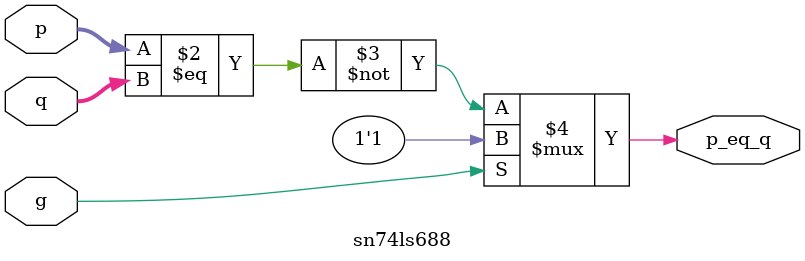
<source format=v>
module sn74ls688(p_eq_q, p, q, g);
input [7:0] p, q;
input g;
output p_eq_q;
parameter
	// TI TTL data book Vol 1, 1985
	tPLH_min=0, tPLH_typ=12, tPLH_max=18,
	tPHL_min=0, tPHL_typ=17, tPHL_max=23;

	assign #(tPLH_min : tPLH_typ : tPLH_max,
			 tPHL_min : tPHL_typ : tPHL_max)
		p_eq_q = (g==1 ? 1'b1 : ~(p==q));

endmodule

</source>
